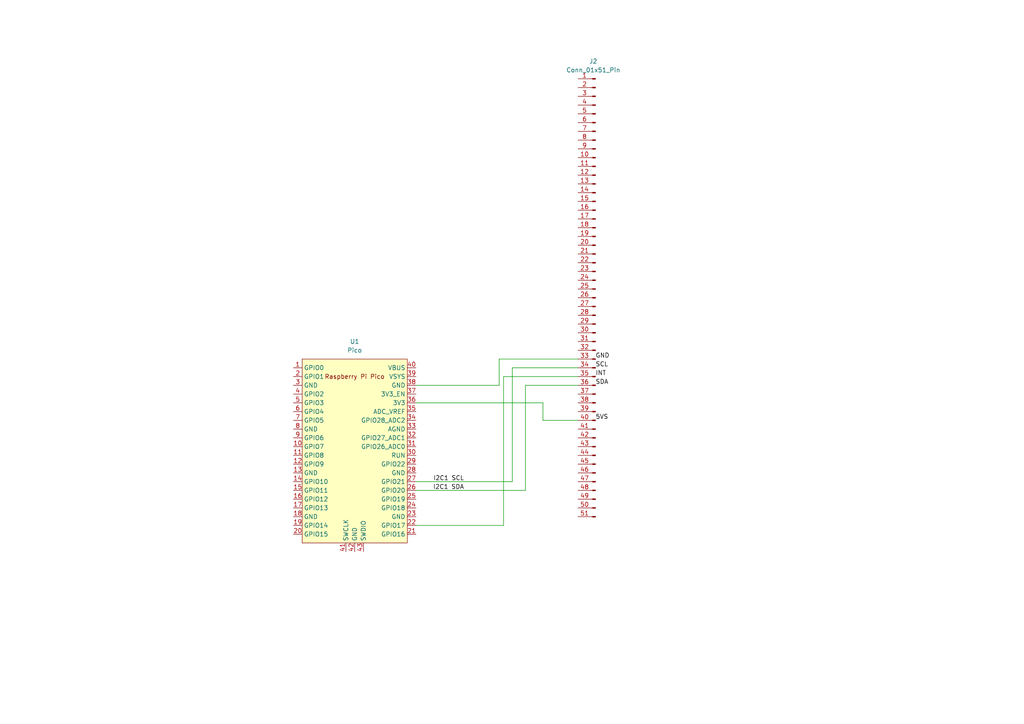
<source format=kicad_sch>
(kicad_sch
	(version 20231120)
	(generator "eeschema")
	(generator_version "8.0")
	(uuid "1c48afb4-82da-43a7-926c-43ab97ca2e8c")
	(paper "A4")
	(lib_symbols
		(symbol "Connector:Conn_01x51_Pin"
			(pin_names
				(offset 1.016) hide)
			(exclude_from_sim no)
			(in_bom yes)
			(on_board yes)
			(property "Reference" "J"
				(at 0 66.04 0)
				(effects
					(font
						(size 1.27 1.27)
					)
				)
			)
			(property "Value" "Conn_01x51_Pin"
				(at 0 -66.04 0)
				(effects
					(font
						(size 1.27 1.27)
					)
				)
			)
			(property "Footprint" ""
				(at 0 0 0)
				(effects
					(font
						(size 1.27 1.27)
					)
					(hide yes)
				)
			)
			(property "Datasheet" "~"
				(at 0 0 0)
				(effects
					(font
						(size 1.27 1.27)
					)
					(hide yes)
				)
			)
			(property "Description" "\"Generic connector, single row, 01x51, script generated\""
				(at 0 0 0)
				(effects
					(font
						(size 1.27 1.27)
					)
					(hide yes)
				)
			)
			(property "ki_locked" ""
				(at 0 0 0)
				(effects
					(font
						(size 1.27 1.27)
					)
				)
			)
			(property "ki_keywords" "connector"
				(at 0 0 0)
				(effects
					(font
						(size 1.27 1.27)
					)
					(hide yes)
				)
			)
			(property "ki_fp_filters" "Connector*:*_1x??_*"
				(at 0 0 0)
				(effects
					(font
						(size 1.27 1.27)
					)
					(hide yes)
				)
			)
			(symbol "Conn_01x51_Pin_1_1"
				(polyline
					(pts
						(xy 1.27 -63.5) (xy 0.8636 -63.5)
					)
					(stroke
						(width 0.1524)
						(type default)
					)
					(fill
						(type none)
					)
				)
				(polyline
					(pts
						(xy 1.27 -60.96) (xy 0.8636 -60.96)
					)
					(stroke
						(width 0.1524)
						(type default)
					)
					(fill
						(type none)
					)
				)
				(polyline
					(pts
						(xy 1.27 -58.42) (xy 0.8636 -58.42)
					)
					(stroke
						(width 0.1524)
						(type default)
					)
					(fill
						(type none)
					)
				)
				(polyline
					(pts
						(xy 1.27 -55.88) (xy 0.8636 -55.88)
					)
					(stroke
						(width 0.1524)
						(type default)
					)
					(fill
						(type none)
					)
				)
				(polyline
					(pts
						(xy 1.27 -53.34) (xy 0.8636 -53.34)
					)
					(stroke
						(width 0.1524)
						(type default)
					)
					(fill
						(type none)
					)
				)
				(polyline
					(pts
						(xy 1.27 -50.8) (xy 0.8636 -50.8)
					)
					(stroke
						(width 0.1524)
						(type default)
					)
					(fill
						(type none)
					)
				)
				(polyline
					(pts
						(xy 1.27 -48.26) (xy 0.8636 -48.26)
					)
					(stroke
						(width 0.1524)
						(type default)
					)
					(fill
						(type none)
					)
				)
				(polyline
					(pts
						(xy 1.27 -45.72) (xy 0.8636 -45.72)
					)
					(stroke
						(width 0.1524)
						(type default)
					)
					(fill
						(type none)
					)
				)
				(polyline
					(pts
						(xy 1.27 -43.18) (xy 0.8636 -43.18)
					)
					(stroke
						(width 0.1524)
						(type default)
					)
					(fill
						(type none)
					)
				)
				(polyline
					(pts
						(xy 1.27 -40.64) (xy 0.8636 -40.64)
					)
					(stroke
						(width 0.1524)
						(type default)
					)
					(fill
						(type none)
					)
				)
				(polyline
					(pts
						(xy 1.27 -38.1) (xy 0.8636 -38.1)
					)
					(stroke
						(width 0.1524)
						(type default)
					)
					(fill
						(type none)
					)
				)
				(polyline
					(pts
						(xy 1.27 -35.56) (xy 0.8636 -35.56)
					)
					(stroke
						(width 0.1524)
						(type default)
					)
					(fill
						(type none)
					)
				)
				(polyline
					(pts
						(xy 1.27 -33.02) (xy 0.8636 -33.02)
					)
					(stroke
						(width 0.1524)
						(type default)
					)
					(fill
						(type none)
					)
				)
				(polyline
					(pts
						(xy 1.27 -30.48) (xy 0.8636 -30.48)
					)
					(stroke
						(width 0.1524)
						(type default)
					)
					(fill
						(type none)
					)
				)
				(polyline
					(pts
						(xy 1.27 -27.94) (xy 0.8636 -27.94)
					)
					(stroke
						(width 0.1524)
						(type default)
					)
					(fill
						(type none)
					)
				)
				(polyline
					(pts
						(xy 1.27 -25.4) (xy 0.8636 -25.4)
					)
					(stroke
						(width 0.1524)
						(type default)
					)
					(fill
						(type none)
					)
				)
				(polyline
					(pts
						(xy 1.27 -22.86) (xy 0.8636 -22.86)
					)
					(stroke
						(width 0.1524)
						(type default)
					)
					(fill
						(type none)
					)
				)
				(polyline
					(pts
						(xy 1.27 -20.32) (xy 0.8636 -20.32)
					)
					(stroke
						(width 0.1524)
						(type default)
					)
					(fill
						(type none)
					)
				)
				(polyline
					(pts
						(xy 1.27 -17.78) (xy 0.8636 -17.78)
					)
					(stroke
						(width 0.1524)
						(type default)
					)
					(fill
						(type none)
					)
				)
				(polyline
					(pts
						(xy 1.27 -15.24) (xy 0.8636 -15.24)
					)
					(stroke
						(width 0.1524)
						(type default)
					)
					(fill
						(type none)
					)
				)
				(polyline
					(pts
						(xy 1.27 -12.7) (xy 0.8636 -12.7)
					)
					(stroke
						(width 0.1524)
						(type default)
					)
					(fill
						(type none)
					)
				)
				(polyline
					(pts
						(xy 1.27 -10.16) (xy 0.8636 -10.16)
					)
					(stroke
						(width 0.1524)
						(type default)
					)
					(fill
						(type none)
					)
				)
				(polyline
					(pts
						(xy 1.27 -7.62) (xy 0.8636 -7.62)
					)
					(stroke
						(width 0.1524)
						(type default)
					)
					(fill
						(type none)
					)
				)
				(polyline
					(pts
						(xy 1.27 -5.08) (xy 0.8636 -5.08)
					)
					(stroke
						(width 0.1524)
						(type default)
					)
					(fill
						(type none)
					)
				)
				(polyline
					(pts
						(xy 1.27 -2.54) (xy 0.8636 -2.54)
					)
					(stroke
						(width 0.1524)
						(type default)
					)
					(fill
						(type none)
					)
				)
				(polyline
					(pts
						(xy 1.27 0) (xy 0.8636 0)
					)
					(stroke
						(width 0.1524)
						(type default)
					)
					(fill
						(type none)
					)
				)
				(polyline
					(pts
						(xy 1.27 2.54) (xy 0.8636 2.54)
					)
					(stroke
						(width 0.1524)
						(type default)
					)
					(fill
						(type none)
					)
				)
				(polyline
					(pts
						(xy 1.27 5.08) (xy 0.8636 5.08)
					)
					(stroke
						(width 0.1524)
						(type default)
					)
					(fill
						(type none)
					)
				)
				(polyline
					(pts
						(xy 1.27 7.62) (xy 0.8636 7.62)
					)
					(stroke
						(width 0.1524)
						(type default)
					)
					(fill
						(type none)
					)
				)
				(polyline
					(pts
						(xy 1.27 10.16) (xy 0.8636 10.16)
					)
					(stroke
						(width 0.1524)
						(type default)
					)
					(fill
						(type none)
					)
				)
				(polyline
					(pts
						(xy 1.27 12.7) (xy 0.8636 12.7)
					)
					(stroke
						(width 0.1524)
						(type default)
					)
					(fill
						(type none)
					)
				)
				(polyline
					(pts
						(xy 1.27 15.24) (xy 0.8636 15.24)
					)
					(stroke
						(width 0.1524)
						(type default)
					)
					(fill
						(type none)
					)
				)
				(polyline
					(pts
						(xy 1.27 17.78) (xy 0.8636 17.78)
					)
					(stroke
						(width 0.1524)
						(type default)
					)
					(fill
						(type none)
					)
				)
				(polyline
					(pts
						(xy 1.27 20.32) (xy 0.8636 20.32)
					)
					(stroke
						(width 0.1524)
						(type default)
					)
					(fill
						(type none)
					)
				)
				(polyline
					(pts
						(xy 1.27 22.86) (xy 0.8636 22.86)
					)
					(stroke
						(width 0.1524)
						(type default)
					)
					(fill
						(type none)
					)
				)
				(polyline
					(pts
						(xy 1.27 25.4) (xy 0.8636 25.4)
					)
					(stroke
						(width 0.1524)
						(type default)
					)
					(fill
						(type none)
					)
				)
				(polyline
					(pts
						(xy 1.27 27.94) (xy 0.8636 27.94)
					)
					(stroke
						(width 0.1524)
						(type default)
					)
					(fill
						(type none)
					)
				)
				(polyline
					(pts
						(xy 1.27 30.48) (xy 0.8636 30.48)
					)
					(stroke
						(width 0.1524)
						(type default)
					)
					(fill
						(type none)
					)
				)
				(polyline
					(pts
						(xy 1.27 33.02) (xy 0.8636 33.02)
					)
					(stroke
						(width 0.1524)
						(type default)
					)
					(fill
						(type none)
					)
				)
				(polyline
					(pts
						(xy 1.27 35.56) (xy 0.8636 35.56)
					)
					(stroke
						(width 0.1524)
						(type default)
					)
					(fill
						(type none)
					)
				)
				(polyline
					(pts
						(xy 1.27 38.1) (xy 0.8636 38.1)
					)
					(stroke
						(width 0.1524)
						(type default)
					)
					(fill
						(type none)
					)
				)
				(polyline
					(pts
						(xy 1.27 40.64) (xy 0.8636 40.64)
					)
					(stroke
						(width 0.1524)
						(type default)
					)
					(fill
						(type none)
					)
				)
				(polyline
					(pts
						(xy 1.27 43.18) (xy 0.8636 43.18)
					)
					(stroke
						(width 0.1524)
						(type default)
					)
					(fill
						(type none)
					)
				)
				(polyline
					(pts
						(xy 1.27 45.72) (xy 0.8636 45.72)
					)
					(stroke
						(width 0.1524)
						(type default)
					)
					(fill
						(type none)
					)
				)
				(polyline
					(pts
						(xy 1.27 48.26) (xy 0.8636 48.26)
					)
					(stroke
						(width 0.1524)
						(type default)
					)
					(fill
						(type none)
					)
				)
				(polyline
					(pts
						(xy 1.27 50.8) (xy 0.8636 50.8)
					)
					(stroke
						(width 0.1524)
						(type default)
					)
					(fill
						(type none)
					)
				)
				(polyline
					(pts
						(xy 1.27 53.34) (xy 0.8636 53.34)
					)
					(stroke
						(width 0.1524)
						(type default)
					)
					(fill
						(type none)
					)
				)
				(polyline
					(pts
						(xy 1.27 55.88) (xy 0.8636 55.88)
					)
					(stroke
						(width 0.1524)
						(type default)
					)
					(fill
						(type none)
					)
				)
				(polyline
					(pts
						(xy 1.27 58.42) (xy 0.8636 58.42)
					)
					(stroke
						(width 0.1524)
						(type default)
					)
					(fill
						(type none)
					)
				)
				(polyline
					(pts
						(xy 1.27 60.96) (xy 0.8636 60.96)
					)
					(stroke
						(width 0.1524)
						(type default)
					)
					(fill
						(type none)
					)
				)
				(polyline
					(pts
						(xy 1.27 63.5) (xy 0.8636 63.5)
					)
					(stroke
						(width 0.1524)
						(type default)
					)
					(fill
						(type none)
					)
				)
				(rectangle
					(start 0.8636 -63.373)
					(end 0 -63.627)
					(stroke
						(width 0.1524)
						(type default)
					)
					(fill
						(type outline)
					)
				)
				(rectangle
					(start 0.8636 -60.833)
					(end 0 -61.087)
					(stroke
						(width 0.1524)
						(type default)
					)
					(fill
						(type outline)
					)
				)
				(rectangle
					(start 0.8636 -58.293)
					(end 0 -58.547)
					(stroke
						(width 0.1524)
						(type default)
					)
					(fill
						(type outline)
					)
				)
				(rectangle
					(start 0.8636 -55.753)
					(end 0 -56.007)
					(stroke
						(width 0.1524)
						(type default)
					)
					(fill
						(type outline)
					)
				)
				(rectangle
					(start 0.8636 -53.213)
					(end 0 -53.467)
					(stroke
						(width 0.1524)
						(type default)
					)
					(fill
						(type outline)
					)
				)
				(rectangle
					(start 0.8636 -50.673)
					(end 0 -50.927)
					(stroke
						(width 0.1524)
						(type default)
					)
					(fill
						(type outline)
					)
				)
				(rectangle
					(start 0.8636 -48.133)
					(end 0 -48.387)
					(stroke
						(width 0.1524)
						(type default)
					)
					(fill
						(type outline)
					)
				)
				(rectangle
					(start 0.8636 -45.593)
					(end 0 -45.847)
					(stroke
						(width 0.1524)
						(type default)
					)
					(fill
						(type outline)
					)
				)
				(rectangle
					(start 0.8636 -43.053)
					(end 0 -43.307)
					(stroke
						(width 0.1524)
						(type default)
					)
					(fill
						(type outline)
					)
				)
				(rectangle
					(start 0.8636 -40.513)
					(end 0 -40.767)
					(stroke
						(width 0.1524)
						(type default)
					)
					(fill
						(type outline)
					)
				)
				(rectangle
					(start 0.8636 -37.973)
					(end 0 -38.227)
					(stroke
						(width 0.1524)
						(type default)
					)
					(fill
						(type outline)
					)
				)
				(rectangle
					(start 0.8636 -35.433)
					(end 0 -35.687)
					(stroke
						(width 0.1524)
						(type default)
					)
					(fill
						(type outline)
					)
				)
				(rectangle
					(start 0.8636 -32.893)
					(end 0 -33.147)
					(stroke
						(width 0.1524)
						(type default)
					)
					(fill
						(type outline)
					)
				)
				(rectangle
					(start 0.8636 -30.353)
					(end 0 -30.607)
					(stroke
						(width 0.1524)
						(type default)
					)
					(fill
						(type outline)
					)
				)
				(rectangle
					(start 0.8636 -27.813)
					(end 0 -28.067)
					(stroke
						(width 0.1524)
						(type default)
					)
					(fill
						(type outline)
					)
				)
				(rectangle
					(start 0.8636 -25.273)
					(end 0 -25.527)
					(stroke
						(width 0.1524)
						(type default)
					)
					(fill
						(type outline)
					)
				)
				(rectangle
					(start 0.8636 -22.733)
					(end 0 -22.987)
					(stroke
						(width 0.1524)
						(type default)
					)
					(fill
						(type outline)
					)
				)
				(rectangle
					(start 0.8636 -20.193)
					(end 0 -20.447)
					(stroke
						(width 0.1524)
						(type default)
					)
					(fill
						(type outline)
					)
				)
				(rectangle
					(start 0.8636 -17.653)
					(end 0 -17.907)
					(stroke
						(width 0.1524)
						(type default)
					)
					(fill
						(type outline)
					)
				)
				(rectangle
					(start 0.8636 -15.113)
					(end 0 -15.367)
					(stroke
						(width 0.1524)
						(type default)
					)
					(fill
						(type outline)
					)
				)
				(rectangle
					(start 0.8636 -12.573)
					(end 0 -12.827)
					(stroke
						(width 0.1524)
						(type default)
					)
					(fill
						(type outline)
					)
				)
				(rectangle
					(start 0.8636 -10.033)
					(end 0 -10.287)
					(stroke
						(width 0.1524)
						(type default)
					)
					(fill
						(type outline)
					)
				)
				(rectangle
					(start 0.8636 -7.493)
					(end 0 -7.747)
					(stroke
						(width 0.1524)
						(type default)
					)
					(fill
						(type outline)
					)
				)
				(rectangle
					(start 0.8636 -4.953)
					(end 0 -5.207)
					(stroke
						(width 0.1524)
						(type default)
					)
					(fill
						(type outline)
					)
				)
				(rectangle
					(start 0.8636 -2.413)
					(end 0 -2.667)
					(stroke
						(width 0.1524)
						(type default)
					)
					(fill
						(type outline)
					)
				)
				(rectangle
					(start 0.8636 0.127)
					(end 0 -0.127)
					(stroke
						(width 0.1524)
						(type default)
					)
					(fill
						(type outline)
					)
				)
				(rectangle
					(start 0.8636 2.667)
					(end 0 2.413)
					(stroke
						(width 0.1524)
						(type default)
					)
					(fill
						(type outline)
					)
				)
				(rectangle
					(start 0.8636 5.207)
					(end 0 4.953)
					(stroke
						(width 0.1524)
						(type default)
					)
					(fill
						(type outline)
					)
				)
				(rectangle
					(start 0.8636 7.747)
					(end 0 7.493)
					(stroke
						(width 0.1524)
						(type default)
					)
					(fill
						(type outline)
					)
				)
				(rectangle
					(start 0.8636 10.287)
					(end 0 10.033)
					(stroke
						(width 0.1524)
						(type default)
					)
					(fill
						(type outline)
					)
				)
				(rectangle
					(start 0.8636 12.827)
					(end 0 12.573)
					(stroke
						(width 0.1524)
						(type default)
					)
					(fill
						(type outline)
					)
				)
				(rectangle
					(start 0.8636 15.367)
					(end 0 15.113)
					(stroke
						(width 0.1524)
						(type default)
					)
					(fill
						(type outline)
					)
				)
				(rectangle
					(start 0.8636 17.907)
					(end 0 17.653)
					(stroke
						(width 0.1524)
						(type default)
					)
					(fill
						(type outline)
					)
				)
				(rectangle
					(start 0.8636 20.447)
					(end 0 20.193)
					(stroke
						(width 0.1524)
						(type default)
					)
					(fill
						(type outline)
					)
				)
				(rectangle
					(start 0.8636 22.987)
					(end 0 22.733)
					(stroke
						(width 0.1524)
						(type default)
					)
					(fill
						(type outline)
					)
				)
				(rectangle
					(start 0.8636 25.527)
					(end 0 25.273)
					(stroke
						(width 0.1524)
						(type default)
					)
					(fill
						(type outline)
					)
				)
				(rectangle
					(start 0.8636 28.067)
					(end 0 27.813)
					(stroke
						(width 0.1524)
						(type default)
					)
					(fill
						(type outline)
					)
				)
				(rectangle
					(start 0.8636 30.607)
					(end 0 30.353)
					(stroke
						(width 0.1524)
						(type default)
					)
					(fill
						(type outline)
					)
				)
				(rectangle
					(start 0.8636 33.147)
					(end 0 32.893)
					(stroke
						(width 0.1524)
						(type default)
					)
					(fill
						(type outline)
					)
				)
				(rectangle
					(start 0.8636 35.687)
					(end 0 35.433)
					(stroke
						(width 0.1524)
						(type default)
					)
					(fill
						(type outline)
					)
				)
				(rectangle
					(start 0.8636 38.227)
					(end 0 37.973)
					(stroke
						(width 0.1524)
						(type default)
					)
					(fill
						(type outline)
					)
				)
				(rectangle
					(start 0.8636 40.767)
					(end 0 40.513)
					(stroke
						(width 0.1524)
						(type default)
					)
					(fill
						(type outline)
					)
				)
				(rectangle
					(start 0.8636 43.307)
					(end 0 43.053)
					(stroke
						(width 0.1524)
						(type default)
					)
					(fill
						(type outline)
					)
				)
				(rectangle
					(start 0.8636 45.847)
					(end 0 45.593)
					(stroke
						(width 0.1524)
						(type default)
					)
					(fill
						(type outline)
					)
				)
				(rectangle
					(start 0.8636 48.387)
					(end 0 48.133)
					(stroke
						(width 0.1524)
						(type default)
					)
					(fill
						(type outline)
					)
				)
				(rectangle
					(start 0.8636 50.927)
					(end 0 50.673)
					(stroke
						(width 0.1524)
						(type default)
					)
					(fill
						(type outline)
					)
				)
				(rectangle
					(start 0.8636 53.467)
					(end 0 53.213)
					(stroke
						(width 0.1524)
						(type default)
					)
					(fill
						(type outline)
					)
				)
				(rectangle
					(start 0.8636 56.007)
					(end 0 55.753)
					(stroke
						(width 0.1524)
						(type default)
					)
					(fill
						(type outline)
					)
				)
				(rectangle
					(start 0.8636 58.547)
					(end 0 58.293)
					(stroke
						(width 0.1524)
						(type default)
					)
					(fill
						(type outline)
					)
				)
				(rectangle
					(start 0.8636 61.087)
					(end 0 60.833)
					(stroke
						(width 0.1524)
						(type default)
					)
					(fill
						(type outline)
					)
				)
				(rectangle
					(start 0.8636 63.627)
					(end 0 63.373)
					(stroke
						(width 0.1524)
						(type default)
					)
					(fill
						(type outline)
					)
				)
				(pin passive line
					(at 5.08 63.5 180)
					(length 3.81)
					(name "Pin_1"
						(effects
							(font
								(size 1.27 1.27)
							)
						)
					)
					(number "1"
						(effects
							(font
								(size 1.27 1.27)
							)
						)
					)
				)
				(pin passive line
					(at 5.08 40.64 180)
					(length 3.81)
					(name "Pin_10"
						(effects
							(font
								(size 1.27 1.27)
							)
						)
					)
					(number "10"
						(effects
							(font
								(size 1.27 1.27)
							)
						)
					)
				)
				(pin passive line
					(at 5.08 38.1 180)
					(length 3.81)
					(name "Pin_11"
						(effects
							(font
								(size 1.27 1.27)
							)
						)
					)
					(number "11"
						(effects
							(font
								(size 1.27 1.27)
							)
						)
					)
				)
				(pin passive line
					(at 5.08 35.56 180)
					(length 3.81)
					(name "Pin_12"
						(effects
							(font
								(size 1.27 1.27)
							)
						)
					)
					(number "12"
						(effects
							(font
								(size 1.27 1.27)
							)
						)
					)
				)
				(pin passive line
					(at 5.08 33.02 180)
					(length 3.81)
					(name "Pin_13"
						(effects
							(font
								(size 1.27 1.27)
							)
						)
					)
					(number "13"
						(effects
							(font
								(size 1.27 1.27)
							)
						)
					)
				)
				(pin passive line
					(at 5.08 30.48 180)
					(length 3.81)
					(name "Pin_14"
						(effects
							(font
								(size 1.27 1.27)
							)
						)
					)
					(number "14"
						(effects
							(font
								(size 1.27 1.27)
							)
						)
					)
				)
				(pin passive line
					(at 5.08 27.94 180)
					(length 3.81)
					(name "Pin_15"
						(effects
							(font
								(size 1.27 1.27)
							)
						)
					)
					(number "15"
						(effects
							(font
								(size 1.27 1.27)
							)
						)
					)
				)
				(pin passive line
					(at 5.08 25.4 180)
					(length 3.81)
					(name "Pin_16"
						(effects
							(font
								(size 1.27 1.27)
							)
						)
					)
					(number "16"
						(effects
							(font
								(size 1.27 1.27)
							)
						)
					)
				)
				(pin passive line
					(at 5.08 22.86 180)
					(length 3.81)
					(name "Pin_17"
						(effects
							(font
								(size 1.27 1.27)
							)
						)
					)
					(number "17"
						(effects
							(font
								(size 1.27 1.27)
							)
						)
					)
				)
				(pin passive line
					(at 5.08 20.32 180)
					(length 3.81)
					(name "Pin_18"
						(effects
							(font
								(size 1.27 1.27)
							)
						)
					)
					(number "18"
						(effects
							(font
								(size 1.27 1.27)
							)
						)
					)
				)
				(pin passive line
					(at 5.08 17.78 180)
					(length 3.81)
					(name "Pin_19"
						(effects
							(font
								(size 1.27 1.27)
							)
						)
					)
					(number "19"
						(effects
							(font
								(size 1.27 1.27)
							)
						)
					)
				)
				(pin passive line
					(at 5.08 60.96 180)
					(length 3.81)
					(name "Pin_2"
						(effects
							(font
								(size 1.27 1.27)
							)
						)
					)
					(number "2"
						(effects
							(font
								(size 1.27 1.27)
							)
						)
					)
				)
				(pin passive line
					(at 5.08 15.24 180)
					(length 3.81)
					(name "Pin_20"
						(effects
							(font
								(size 1.27 1.27)
							)
						)
					)
					(number "20"
						(effects
							(font
								(size 1.27 1.27)
							)
						)
					)
				)
				(pin passive line
					(at 5.08 12.7 180)
					(length 3.81)
					(name "Pin_21"
						(effects
							(font
								(size 1.27 1.27)
							)
						)
					)
					(number "21"
						(effects
							(font
								(size 1.27 1.27)
							)
						)
					)
				)
				(pin passive line
					(at 5.08 10.16 180)
					(length 3.81)
					(name "Pin_22"
						(effects
							(font
								(size 1.27 1.27)
							)
						)
					)
					(number "22"
						(effects
							(font
								(size 1.27 1.27)
							)
						)
					)
				)
				(pin passive line
					(at 5.08 7.62 180)
					(length 3.81)
					(name "Pin_23"
						(effects
							(font
								(size 1.27 1.27)
							)
						)
					)
					(number "23"
						(effects
							(font
								(size 1.27 1.27)
							)
						)
					)
				)
				(pin passive line
					(at 5.08 5.08 180)
					(length 3.81)
					(name "Pin_24"
						(effects
							(font
								(size 1.27 1.27)
							)
						)
					)
					(number "24"
						(effects
							(font
								(size 1.27 1.27)
							)
						)
					)
				)
				(pin passive line
					(at 5.08 2.54 180)
					(length 3.81)
					(name "Pin_25"
						(effects
							(font
								(size 1.27 1.27)
							)
						)
					)
					(number "25"
						(effects
							(font
								(size 1.27 1.27)
							)
						)
					)
				)
				(pin passive line
					(at 5.08 0 180)
					(length 3.81)
					(name "Pin_26"
						(effects
							(font
								(size 1.27 1.27)
							)
						)
					)
					(number "26"
						(effects
							(font
								(size 1.27 1.27)
							)
						)
					)
				)
				(pin passive line
					(at 5.08 -2.54 180)
					(length 3.81)
					(name "Pin_27"
						(effects
							(font
								(size 1.27 1.27)
							)
						)
					)
					(number "27"
						(effects
							(font
								(size 1.27 1.27)
							)
						)
					)
				)
				(pin passive line
					(at 5.08 -5.08 180)
					(length 3.81)
					(name "Pin_28"
						(effects
							(font
								(size 1.27 1.27)
							)
						)
					)
					(number "28"
						(effects
							(font
								(size 1.27 1.27)
							)
						)
					)
				)
				(pin passive line
					(at 5.08 -7.62 180)
					(length 3.81)
					(name "Pin_29"
						(effects
							(font
								(size 1.27 1.27)
							)
						)
					)
					(number "29"
						(effects
							(font
								(size 1.27 1.27)
							)
						)
					)
				)
				(pin passive line
					(at 5.08 58.42 180)
					(length 3.81)
					(name "Pin_3"
						(effects
							(font
								(size 1.27 1.27)
							)
						)
					)
					(number "3"
						(effects
							(font
								(size 1.27 1.27)
							)
						)
					)
				)
				(pin passive line
					(at 5.08 -10.16 180)
					(length 3.81)
					(name "Pin_30"
						(effects
							(font
								(size 1.27 1.27)
							)
						)
					)
					(number "30"
						(effects
							(font
								(size 1.27 1.27)
							)
						)
					)
				)
				(pin passive line
					(at 5.08 -12.7 180)
					(length 3.81)
					(name "Pin_31"
						(effects
							(font
								(size 1.27 1.27)
							)
						)
					)
					(number "31"
						(effects
							(font
								(size 1.27 1.27)
							)
						)
					)
				)
				(pin passive line
					(at 5.08 -15.24 180)
					(length 3.81)
					(name "Pin_32"
						(effects
							(font
								(size 1.27 1.27)
							)
						)
					)
					(number "32"
						(effects
							(font
								(size 1.27 1.27)
							)
						)
					)
				)
				(pin passive line
					(at 5.08 -17.78 180)
					(length 3.81)
					(name "Pin_33"
						(effects
							(font
								(size 1.27 1.27)
							)
						)
					)
					(number "33"
						(effects
							(font
								(size 1.27 1.27)
							)
						)
					)
				)
				(pin passive line
					(at 5.08 -20.32 180)
					(length 3.81)
					(name "Pin_34"
						(effects
							(font
								(size 1.27 1.27)
							)
						)
					)
					(number "34"
						(effects
							(font
								(size 1.27 1.27)
							)
						)
					)
				)
				(pin passive line
					(at 5.08 -22.86 180)
					(length 3.81)
					(name "Pin_35"
						(effects
							(font
								(size 1.27 1.27)
							)
						)
					)
					(number "35"
						(effects
							(font
								(size 1.27 1.27)
							)
						)
					)
				)
				(pin passive line
					(at 5.08 -25.4 180)
					(length 3.81)
					(name "Pin_36"
						(effects
							(font
								(size 1.27 1.27)
							)
						)
					)
					(number "36"
						(effects
							(font
								(size 1.27 1.27)
							)
						)
					)
				)
				(pin passive line
					(at 5.08 -27.94 180)
					(length 3.81)
					(name "Pin_37"
						(effects
							(font
								(size 1.27 1.27)
							)
						)
					)
					(number "37"
						(effects
							(font
								(size 1.27 1.27)
							)
						)
					)
				)
				(pin passive line
					(at 5.08 -30.48 180)
					(length 3.81)
					(name "Pin_38"
						(effects
							(font
								(size 1.27 1.27)
							)
						)
					)
					(number "38"
						(effects
							(font
								(size 1.27 1.27)
							)
						)
					)
				)
				(pin passive line
					(at 5.08 -33.02 180)
					(length 3.81)
					(name "Pin_39"
						(effects
							(font
								(size 1.27 1.27)
							)
						)
					)
					(number "39"
						(effects
							(font
								(size 1.27 1.27)
							)
						)
					)
				)
				(pin passive line
					(at 5.08 55.88 180)
					(length 3.81)
					(name "Pin_4"
						(effects
							(font
								(size 1.27 1.27)
							)
						)
					)
					(number "4"
						(effects
							(font
								(size 1.27 1.27)
							)
						)
					)
				)
				(pin passive line
					(at 5.08 -35.56 180)
					(length 3.81)
					(name "Pin_40"
						(effects
							(font
								(size 1.27 1.27)
							)
						)
					)
					(number "40"
						(effects
							(font
								(size 1.27 1.27)
							)
						)
					)
				)
				(pin passive line
					(at 5.08 -38.1 180)
					(length 3.81)
					(name "Pin_41"
						(effects
							(font
								(size 1.27 1.27)
							)
						)
					)
					(number "41"
						(effects
							(font
								(size 1.27 1.27)
							)
						)
					)
				)
				(pin passive line
					(at 5.08 -40.64 180)
					(length 3.81)
					(name "Pin_42"
						(effects
							(font
								(size 1.27 1.27)
							)
						)
					)
					(number "42"
						(effects
							(font
								(size 1.27 1.27)
							)
						)
					)
				)
				(pin passive line
					(at 5.08 -43.18 180)
					(length 3.81)
					(name "Pin_43"
						(effects
							(font
								(size 1.27 1.27)
							)
						)
					)
					(number "43"
						(effects
							(font
								(size 1.27 1.27)
							)
						)
					)
				)
				(pin passive line
					(at 5.08 -45.72 180)
					(length 3.81)
					(name "Pin_44"
						(effects
							(font
								(size 1.27 1.27)
							)
						)
					)
					(number "44"
						(effects
							(font
								(size 1.27 1.27)
							)
						)
					)
				)
				(pin passive line
					(at 5.08 -48.26 180)
					(length 3.81)
					(name "Pin_45"
						(effects
							(font
								(size 1.27 1.27)
							)
						)
					)
					(number "45"
						(effects
							(font
								(size 1.27 1.27)
							)
						)
					)
				)
				(pin passive line
					(at 5.08 -50.8 180)
					(length 3.81)
					(name "Pin_46"
						(effects
							(font
								(size 1.27 1.27)
							)
						)
					)
					(number "46"
						(effects
							(font
								(size 1.27 1.27)
							)
						)
					)
				)
				(pin passive line
					(at 5.08 -53.34 180)
					(length 3.81)
					(name "Pin_47"
						(effects
							(font
								(size 1.27 1.27)
							)
						)
					)
					(number "47"
						(effects
							(font
								(size 1.27 1.27)
							)
						)
					)
				)
				(pin passive line
					(at 5.08 -55.88 180)
					(length 3.81)
					(name "Pin_48"
						(effects
							(font
								(size 1.27 1.27)
							)
						)
					)
					(number "48"
						(effects
							(font
								(size 1.27 1.27)
							)
						)
					)
				)
				(pin passive line
					(at 5.08 -58.42 180)
					(length 3.81)
					(name "Pin_49"
						(effects
							(font
								(size 1.27 1.27)
							)
						)
					)
					(number "49"
						(effects
							(font
								(size 1.27 1.27)
							)
						)
					)
				)
				(pin passive line
					(at 5.08 53.34 180)
					(length 3.81)
					(name "Pin_5"
						(effects
							(font
								(size 1.27 1.27)
							)
						)
					)
					(number "5"
						(effects
							(font
								(size 1.27 1.27)
							)
						)
					)
				)
				(pin passive line
					(at 5.08 -60.96 180)
					(length 3.81)
					(name "Pin_50"
						(effects
							(font
								(size 1.27 1.27)
							)
						)
					)
					(number "50"
						(effects
							(font
								(size 1.27 1.27)
							)
						)
					)
				)
				(pin passive line
					(at 5.08 -63.5 180)
					(length 3.81)
					(name "Pin_51"
						(effects
							(font
								(size 1.27 1.27)
							)
						)
					)
					(number "51"
						(effects
							(font
								(size 1.27 1.27)
							)
						)
					)
				)
				(pin passive line
					(at 5.08 50.8 180)
					(length 3.81)
					(name "Pin_6"
						(effects
							(font
								(size 1.27 1.27)
							)
						)
					)
					(number "6"
						(effects
							(font
								(size 1.27 1.27)
							)
						)
					)
				)
				(pin passive line
					(at 5.08 48.26 180)
					(length 3.81)
					(name "Pin_7"
						(effects
							(font
								(size 1.27 1.27)
							)
						)
					)
					(number "7"
						(effects
							(font
								(size 1.27 1.27)
							)
						)
					)
				)
				(pin passive line
					(at 5.08 45.72 180)
					(length 3.81)
					(name "Pin_8"
						(effects
							(font
								(size 1.27 1.27)
							)
						)
					)
					(number "8"
						(effects
							(font
								(size 1.27 1.27)
							)
						)
					)
				)
				(pin passive line
					(at 5.08 43.18 180)
					(length 3.81)
					(name "Pin_9"
						(effects
							(font
								(size 1.27 1.27)
							)
						)
					)
					(number "9"
						(effects
							(font
								(size 1.27 1.27)
							)
						)
					)
				)
			)
		)
		(symbol "MCU_RaspberryPi_and_Boards:Pico"
			(exclude_from_sim no)
			(in_bom yes)
			(on_board yes)
			(property "Reference" "U"
				(at -13.97 27.94 0)
				(effects
					(font
						(size 1.27 1.27)
					)
				)
			)
			(property "Value" "Pico"
				(at 0 19.05 0)
				(effects
					(font
						(size 1.27 1.27)
					)
				)
			)
			(property "Footprint" "RPi_Pico:RPi_Pico_SMD_TH"
				(at 0 0 90)
				(effects
					(font
						(size 1.27 1.27)
					)
					(hide yes)
				)
			)
			(property "Datasheet" ""
				(at 0 0 0)
				(effects
					(font
						(size 1.27 1.27)
					)
					(hide yes)
				)
			)
			(property "Description" ""
				(at 0 0 0)
				(effects
					(font
						(size 1.27 1.27)
					)
					(hide yes)
				)
			)
			(symbol "Pico_0_0"
				(text "Raspberry Pi Pico"
					(at 0 21.59 0)
					(effects
						(font
							(size 1.27 1.27)
						)
					)
				)
			)
			(symbol "Pico_0_1"
				(rectangle
					(start -15.24 26.67)
					(end 15.24 -26.67)
					(stroke
						(width 0)
						(type default)
					)
					(fill
						(type background)
					)
				)
			)
			(symbol "Pico_1_1"
				(pin bidirectional line
					(at -17.78 24.13 0)
					(length 2.54)
					(name "GPIO0"
						(effects
							(font
								(size 1.27 1.27)
							)
						)
					)
					(number "1"
						(effects
							(font
								(size 1.27 1.27)
							)
						)
					)
				)
				(pin bidirectional line
					(at -17.78 1.27 0)
					(length 2.54)
					(name "GPIO7"
						(effects
							(font
								(size 1.27 1.27)
							)
						)
					)
					(number "10"
						(effects
							(font
								(size 1.27 1.27)
							)
						)
					)
				)
				(pin bidirectional line
					(at -17.78 -1.27 0)
					(length 2.54)
					(name "GPIO8"
						(effects
							(font
								(size 1.27 1.27)
							)
						)
					)
					(number "11"
						(effects
							(font
								(size 1.27 1.27)
							)
						)
					)
				)
				(pin bidirectional line
					(at -17.78 -3.81 0)
					(length 2.54)
					(name "GPIO9"
						(effects
							(font
								(size 1.27 1.27)
							)
						)
					)
					(number "12"
						(effects
							(font
								(size 1.27 1.27)
							)
						)
					)
				)
				(pin power_in line
					(at -17.78 -6.35 0)
					(length 2.54)
					(name "GND"
						(effects
							(font
								(size 1.27 1.27)
							)
						)
					)
					(number "13"
						(effects
							(font
								(size 1.27 1.27)
							)
						)
					)
				)
				(pin bidirectional line
					(at -17.78 -8.89 0)
					(length 2.54)
					(name "GPIO10"
						(effects
							(font
								(size 1.27 1.27)
							)
						)
					)
					(number "14"
						(effects
							(font
								(size 1.27 1.27)
							)
						)
					)
				)
				(pin bidirectional line
					(at -17.78 -11.43 0)
					(length 2.54)
					(name "GPIO11"
						(effects
							(font
								(size 1.27 1.27)
							)
						)
					)
					(number "15"
						(effects
							(font
								(size 1.27 1.27)
							)
						)
					)
				)
				(pin bidirectional line
					(at -17.78 -13.97 0)
					(length 2.54)
					(name "GPIO12"
						(effects
							(font
								(size 1.27 1.27)
							)
						)
					)
					(number "16"
						(effects
							(font
								(size 1.27 1.27)
							)
						)
					)
				)
				(pin bidirectional line
					(at -17.78 -16.51 0)
					(length 2.54)
					(name "GPIO13"
						(effects
							(font
								(size 1.27 1.27)
							)
						)
					)
					(number "17"
						(effects
							(font
								(size 1.27 1.27)
							)
						)
					)
				)
				(pin power_in line
					(at -17.78 -19.05 0)
					(length 2.54)
					(name "GND"
						(effects
							(font
								(size 1.27 1.27)
							)
						)
					)
					(number "18"
						(effects
							(font
								(size 1.27 1.27)
							)
						)
					)
				)
				(pin bidirectional line
					(at -17.78 -21.59 0)
					(length 2.54)
					(name "GPIO14"
						(effects
							(font
								(size 1.27 1.27)
							)
						)
					)
					(number "19"
						(effects
							(font
								(size 1.27 1.27)
							)
						)
					)
				)
				(pin bidirectional line
					(at -17.78 21.59 0)
					(length 2.54)
					(name "GPIO1"
						(effects
							(font
								(size 1.27 1.27)
							)
						)
					)
					(number "2"
						(effects
							(font
								(size 1.27 1.27)
							)
						)
					)
				)
				(pin bidirectional line
					(at -17.78 -24.13 0)
					(length 2.54)
					(name "GPIO15"
						(effects
							(font
								(size 1.27 1.27)
							)
						)
					)
					(number "20"
						(effects
							(font
								(size 1.27 1.27)
							)
						)
					)
				)
				(pin bidirectional line
					(at 17.78 -24.13 180)
					(length 2.54)
					(name "GPIO16"
						(effects
							(font
								(size 1.27 1.27)
							)
						)
					)
					(number "21"
						(effects
							(font
								(size 1.27 1.27)
							)
						)
					)
				)
				(pin bidirectional line
					(at 17.78 -21.59 180)
					(length 2.54)
					(name "GPIO17"
						(effects
							(font
								(size 1.27 1.27)
							)
						)
					)
					(number "22"
						(effects
							(font
								(size 1.27 1.27)
							)
						)
					)
				)
				(pin power_in line
					(at 17.78 -19.05 180)
					(length 2.54)
					(name "GND"
						(effects
							(font
								(size 1.27 1.27)
							)
						)
					)
					(number "23"
						(effects
							(font
								(size 1.27 1.27)
							)
						)
					)
				)
				(pin bidirectional line
					(at 17.78 -16.51 180)
					(length 2.54)
					(name "GPIO18"
						(effects
							(font
								(size 1.27 1.27)
							)
						)
					)
					(number "24"
						(effects
							(font
								(size 1.27 1.27)
							)
						)
					)
				)
				(pin bidirectional line
					(at 17.78 -13.97 180)
					(length 2.54)
					(name "GPIO19"
						(effects
							(font
								(size 1.27 1.27)
							)
						)
					)
					(number "25"
						(effects
							(font
								(size 1.27 1.27)
							)
						)
					)
				)
				(pin bidirectional line
					(at 17.78 -11.43 180)
					(length 2.54)
					(name "GPIO20"
						(effects
							(font
								(size 1.27 1.27)
							)
						)
					)
					(number "26"
						(effects
							(font
								(size 1.27 1.27)
							)
						)
					)
				)
				(pin bidirectional line
					(at 17.78 -8.89 180)
					(length 2.54)
					(name "GPIO21"
						(effects
							(font
								(size 1.27 1.27)
							)
						)
					)
					(number "27"
						(effects
							(font
								(size 1.27 1.27)
							)
						)
					)
				)
				(pin power_in line
					(at 17.78 -6.35 180)
					(length 2.54)
					(name "GND"
						(effects
							(font
								(size 1.27 1.27)
							)
						)
					)
					(number "28"
						(effects
							(font
								(size 1.27 1.27)
							)
						)
					)
				)
				(pin bidirectional line
					(at 17.78 -3.81 180)
					(length 2.54)
					(name "GPIO22"
						(effects
							(font
								(size 1.27 1.27)
							)
						)
					)
					(number "29"
						(effects
							(font
								(size 1.27 1.27)
							)
						)
					)
				)
				(pin power_in line
					(at -17.78 19.05 0)
					(length 2.54)
					(name "GND"
						(effects
							(font
								(size 1.27 1.27)
							)
						)
					)
					(number "3"
						(effects
							(font
								(size 1.27 1.27)
							)
						)
					)
				)
				(pin input line
					(at 17.78 -1.27 180)
					(length 2.54)
					(name "RUN"
						(effects
							(font
								(size 1.27 1.27)
							)
						)
					)
					(number "30"
						(effects
							(font
								(size 1.27 1.27)
							)
						)
					)
				)
				(pin bidirectional line
					(at 17.78 1.27 180)
					(length 2.54)
					(name "GPIO26_ADC0"
						(effects
							(font
								(size 1.27 1.27)
							)
						)
					)
					(number "31"
						(effects
							(font
								(size 1.27 1.27)
							)
						)
					)
				)
				(pin bidirectional line
					(at 17.78 3.81 180)
					(length 2.54)
					(name "GPIO27_ADC1"
						(effects
							(font
								(size 1.27 1.27)
							)
						)
					)
					(number "32"
						(effects
							(font
								(size 1.27 1.27)
							)
						)
					)
				)
				(pin power_in line
					(at 17.78 6.35 180)
					(length 2.54)
					(name "AGND"
						(effects
							(font
								(size 1.27 1.27)
							)
						)
					)
					(number "33"
						(effects
							(font
								(size 1.27 1.27)
							)
						)
					)
				)
				(pin bidirectional line
					(at 17.78 8.89 180)
					(length 2.54)
					(name "GPIO28_ADC2"
						(effects
							(font
								(size 1.27 1.27)
							)
						)
					)
					(number "34"
						(effects
							(font
								(size 1.27 1.27)
							)
						)
					)
				)
				(pin power_in line
					(at 17.78 11.43 180)
					(length 2.54)
					(name "ADC_VREF"
						(effects
							(font
								(size 1.27 1.27)
							)
						)
					)
					(number "35"
						(effects
							(font
								(size 1.27 1.27)
							)
						)
					)
				)
				(pin power_in line
					(at 17.78 13.97 180)
					(length 2.54)
					(name "3V3"
						(effects
							(font
								(size 1.27 1.27)
							)
						)
					)
					(number "36"
						(effects
							(font
								(size 1.27 1.27)
							)
						)
					)
				)
				(pin input line
					(at 17.78 16.51 180)
					(length 2.54)
					(name "3V3_EN"
						(effects
							(font
								(size 1.27 1.27)
							)
						)
					)
					(number "37"
						(effects
							(font
								(size 1.27 1.27)
							)
						)
					)
				)
				(pin bidirectional line
					(at 17.78 19.05 180)
					(length 2.54)
					(name "GND"
						(effects
							(font
								(size 1.27 1.27)
							)
						)
					)
					(number "38"
						(effects
							(font
								(size 1.27 1.27)
							)
						)
					)
				)
				(pin power_in line
					(at 17.78 21.59 180)
					(length 2.54)
					(name "VSYS"
						(effects
							(font
								(size 1.27 1.27)
							)
						)
					)
					(number "39"
						(effects
							(font
								(size 1.27 1.27)
							)
						)
					)
				)
				(pin bidirectional line
					(at -17.78 16.51 0)
					(length 2.54)
					(name "GPIO2"
						(effects
							(font
								(size 1.27 1.27)
							)
						)
					)
					(number "4"
						(effects
							(font
								(size 1.27 1.27)
							)
						)
					)
				)
				(pin power_in line
					(at 17.78 24.13 180)
					(length 2.54)
					(name "VBUS"
						(effects
							(font
								(size 1.27 1.27)
							)
						)
					)
					(number "40"
						(effects
							(font
								(size 1.27 1.27)
							)
						)
					)
				)
				(pin input line
					(at -2.54 -29.21 90)
					(length 2.54)
					(name "SWCLK"
						(effects
							(font
								(size 1.27 1.27)
							)
						)
					)
					(number "41"
						(effects
							(font
								(size 1.27 1.27)
							)
						)
					)
				)
				(pin power_in line
					(at 0 -29.21 90)
					(length 2.54)
					(name "GND"
						(effects
							(font
								(size 1.27 1.27)
							)
						)
					)
					(number "42"
						(effects
							(font
								(size 1.27 1.27)
							)
						)
					)
				)
				(pin bidirectional line
					(at 2.54 -29.21 90)
					(length 2.54)
					(name "SWDIO"
						(effects
							(font
								(size 1.27 1.27)
							)
						)
					)
					(number "43"
						(effects
							(font
								(size 1.27 1.27)
							)
						)
					)
				)
				(pin bidirectional line
					(at -17.78 13.97 0)
					(length 2.54)
					(name "GPIO3"
						(effects
							(font
								(size 1.27 1.27)
							)
						)
					)
					(number "5"
						(effects
							(font
								(size 1.27 1.27)
							)
						)
					)
				)
				(pin bidirectional line
					(at -17.78 11.43 0)
					(length 2.54)
					(name "GPIO4"
						(effects
							(font
								(size 1.27 1.27)
							)
						)
					)
					(number "6"
						(effects
							(font
								(size 1.27 1.27)
							)
						)
					)
				)
				(pin bidirectional line
					(at -17.78 8.89 0)
					(length 2.54)
					(name "GPIO5"
						(effects
							(font
								(size 1.27 1.27)
							)
						)
					)
					(number "7"
						(effects
							(font
								(size 1.27 1.27)
							)
						)
					)
				)
				(pin power_in line
					(at -17.78 6.35 0)
					(length 2.54)
					(name "GND"
						(effects
							(font
								(size 1.27 1.27)
							)
						)
					)
					(number "8"
						(effects
							(font
								(size 1.27 1.27)
							)
						)
					)
				)
				(pin bidirectional line
					(at -17.78 3.81 0)
					(length 2.54)
					(name "GPIO6"
						(effects
							(font
								(size 1.27 1.27)
							)
						)
					)
					(number "9"
						(effects
							(font
								(size 1.27 1.27)
							)
						)
					)
				)
			)
		)
	)
	(wire
		(pts
			(xy 148.59 139.7) (xy 148.59 106.68)
		)
		(stroke
			(width 0)
			(type default)
		)
		(uuid "0116cf0e-582e-4d98-84bf-0d5b96433a4c")
	)
	(wire
		(pts
			(xy 120.65 139.7) (xy 148.59 139.7)
		)
		(stroke
			(width 0)
			(type default)
		)
		(uuid "0b903c94-e183-4d35-8d7d-a4f8e209e16c")
	)
	(wire
		(pts
			(xy 144.78 104.14) (xy 167.64 104.14)
		)
		(stroke
			(width 0)
			(type default)
		)
		(uuid "24de93bd-926e-49d0-aa8f-f9ed207c45db")
	)
	(wire
		(pts
			(xy 148.59 106.68) (xy 167.64 106.68)
		)
		(stroke
			(width 0)
			(type default)
		)
		(uuid "30c67b3e-bf6e-4b3a-8943-e3fbd9c95041")
	)
	(wire
		(pts
			(xy 157.48 121.92) (xy 167.64 121.92)
		)
		(stroke
			(width 0)
			(type default)
		)
		(uuid "3176b739-69b5-45ac-9ae4-065a9087ade1")
	)
	(wire
		(pts
			(xy 152.4 111.76) (xy 167.64 111.76)
		)
		(stroke
			(width 0)
			(type default)
		)
		(uuid "58810c25-3e34-4964-ac3a-91272a6e9417")
	)
	(wire
		(pts
			(xy 120.65 152.4) (xy 146.05 152.4)
		)
		(stroke
			(width 0)
			(type default)
		)
		(uuid "6aef38ac-2675-4d12-8b83-a9c45683cf4d")
	)
	(wire
		(pts
			(xy 146.05 152.4) (xy 146.05 109.22)
		)
		(stroke
			(width 0)
			(type default)
		)
		(uuid "8142e3b2-2289-4e96-8ce9-8e0b47661483")
	)
	(wire
		(pts
			(xy 120.65 111.76) (xy 144.78 111.76)
		)
		(stroke
			(width 0)
			(type default)
		)
		(uuid "913fd723-9772-4779-aeb7-31a53e138c0a")
	)
	(wire
		(pts
			(xy 157.48 116.84) (xy 157.48 121.92)
		)
		(stroke
			(width 0)
			(type default)
		)
		(uuid "9d9c1991-80f5-4406-8423-5afd6abcfab9")
	)
	(wire
		(pts
			(xy 146.05 109.22) (xy 167.64 109.22)
		)
		(stroke
			(width 0)
			(type default)
		)
		(uuid "aaac628f-555c-466a-8bcd-0ce030bc03db")
	)
	(wire
		(pts
			(xy 144.78 111.76) (xy 144.78 104.14)
		)
		(stroke
			(width 0)
			(type default)
		)
		(uuid "c8a07568-fc85-4422-94e3-2427f76caca8")
	)
	(wire
		(pts
			(xy 120.65 142.24) (xy 152.4 142.24)
		)
		(stroke
			(width 0)
			(type default)
		)
		(uuid "e42412cb-0d79-4dda-9d5e-43f15f3d7560")
	)
	(wire
		(pts
			(xy 152.4 142.24) (xy 152.4 111.76)
		)
		(stroke
			(width 0)
			(type default)
		)
		(uuid "eda904d9-bb9d-4956-aae0-ad48789f709f")
	)
	(wire
		(pts
			(xy 120.65 116.84) (xy 157.48 116.84)
		)
		(stroke
			(width 0)
			(type default)
		)
		(uuid "fc1212ae-f46f-4c28-8034-72ae315f9ce7")
	)
	(label "I2C1 SDA"
		(at 134.62 142.24 180)
		(fields_autoplaced yes)
		(effects
			(font
				(size 1.27 1.27)
			)
			(justify right bottom)
		)
		(uuid "02b6bb61-8da6-4172-82f6-8fd743f73cb6")
	)
	(label "GND"
		(at 172.72 104.14 0)
		(fields_autoplaced yes)
		(effects
			(font
				(size 1.27 1.27)
			)
			(justify left bottom)
		)
		(uuid "2aeeb068-a85b-4d73-92ff-aa1f3fb07fd8")
	)
	(label "SDA"
		(at 172.72 111.76 0)
		(fields_autoplaced yes)
		(effects
			(font
				(size 1.27 1.27)
			)
			(justify left bottom)
		)
		(uuid "35030bdc-8f0c-4efc-bc7f-4e8e30dd6409")
	)
	(label "5VS"
		(at 172.72 121.92 0)
		(fields_autoplaced yes)
		(effects
			(font
				(size 1.27 1.27)
			)
			(justify left bottom)
		)
		(uuid "545f4689-a322-468f-8948-9a31309f2fad")
	)
	(label "I2C1 SCL"
		(at 134.62 139.7 180)
		(fields_autoplaced yes)
		(effects
			(font
				(size 1.27 1.27)
			)
			(justify right bottom)
		)
		(uuid "9b7dfb06-4db1-47db-b638-a23cbfc0901e")
	)
	(label "SCL"
		(at 172.72 106.68 0)
		(fields_autoplaced yes)
		(effects
			(font
				(size 1.27 1.27)
			)
			(justify left bottom)
		)
		(uuid "bd43c296-23a0-4508-9252-24fba0002345")
	)
	(label "INT"
		(at 172.72 109.22 0)
		(fields_autoplaced yes)
		(effects
			(font
				(size 1.27 1.27)
			)
			(justify left bottom)
		)
		(uuid "ce9c5ff0-8f24-49b7-8185-1730ef0876b4")
	)
	(symbol
		(lib_id "Connector:Conn_01x51_Pin")
		(at 172.72 86.36 0)
		(mirror y)
		(unit 1)
		(exclude_from_sim no)
		(in_bom yes)
		(on_board yes)
		(dnp no)
		(uuid "4a544ce5-b6cb-48eb-8a38-adb532e8f337")
		(property "Reference" "J2"
			(at 172.085 17.78 0)
			(effects
				(font
					(size 1.27 1.27)
				)
			)
		)
		(property "Value" "Conn_01x51_Pin"
			(at 172.085 20.32 0)
			(effects
				(font
					(size 1.27 1.27)
				)
			)
		)
		(property "Footprint" ""
			(at 172.72 86.36 0)
			(effects
				(font
					(size 1.27 1.27)
				)
				(hide yes)
			)
		)
		(property "Datasheet" "~"
			(at 172.72 86.36 0)
			(effects
				(font
					(size 1.27 1.27)
				)
				(hide yes)
			)
		)
		(property "Description" "\"Generic connector, single row, 01x51, script generated\""
			(at 172.72 86.36 0)
			(effects
				(font
					(size 1.27 1.27)
				)
				(hide yes)
			)
		)
		(pin "11"
			(uuid "960d210e-491e-4363-a00e-9a8fb29e8930")
		)
		(pin "26"
			(uuid "b14985e3-3e94-45cd-93c2-b19dd4f93e48")
		)
		(pin "27"
			(uuid "38dcf52c-c01f-45bb-9a0b-08cf74c59fca")
		)
		(pin "28"
			(uuid "871caaef-5348-43e7-a51d-b22fcdeec381")
		)
		(pin "24"
			(uuid "2786f555-7936-47b5-bce1-d217f125c156")
		)
		(pin "16"
			(uuid "ce033739-a251-4001-b30b-2903a7218153")
		)
		(pin "17"
			(uuid "d48133ff-26d2-4c6d-8f1f-eaf41cc6727c")
		)
		(pin "15"
			(uuid "72592406-eb93-434f-b3f8-afca81061f06")
		)
		(pin "18"
			(uuid "1c219923-44db-45fd-8f9d-0014a6c86171")
		)
		(pin "10"
			(uuid "59fc0f96-ced8-4576-a17c-5d8aa186af32")
		)
		(pin "21"
			(uuid "5b576903-9000-4c01-bc3c-cdd6c1630e0d")
		)
		(pin "1"
			(uuid "10aa938f-0804-412e-a910-57a41ea25305")
		)
		(pin "14"
			(uuid "82b60c8a-f50c-4f93-88c9-2fdd4e5402e5")
		)
		(pin "2"
			(uuid "2bac3b37-983b-4819-a9b5-df32d1fda817")
		)
		(pin "13"
			(uuid "12966b0d-57c5-4861-8b85-cda61eea8a34")
		)
		(pin "22"
			(uuid "0bbe787f-4d52-4c6a-92b5-a5230b3b3caa")
		)
		(pin "23"
			(uuid "689dfbed-f166-4762-942e-10e9b3564293")
		)
		(pin "12"
			(uuid "fc75462f-8a7c-4e21-bc2c-0122a915f924")
		)
		(pin "19"
			(uuid "cadd2d48-c9e0-4370-bbf3-dc95c18f4323")
		)
		(pin "20"
			(uuid "d0db2817-0b3b-4cdd-8b8c-703c1c9a7099")
		)
		(pin "25"
			(uuid "b9ecd96c-96a1-4799-aabd-da71e2fe8c73")
		)
		(pin "3"
			(uuid "3d5f2581-ac75-4d59-a82c-4bf5352feb24")
		)
		(pin "30"
			(uuid "d24a1bd8-b159-402f-85e7-132141956eee")
		)
		(pin "37"
			(uuid "261786f0-9cc9-4c15-b8ed-a890d9ee349c")
		)
		(pin "32"
			(uuid "d18975e4-d78e-4e6e-a77a-ddad755c7e49")
		)
		(pin "34"
			(uuid "9534f901-5b9f-483c-ab14-54b408e7333a")
		)
		(pin "49"
			(uuid "82ea11ff-c769-4c37-bd3e-0d93d4acc3d6")
		)
		(pin "29"
			(uuid "5bcb3a43-73ab-419a-828d-34b08a6ca458")
		)
		(pin "33"
			(uuid "38dacec1-d465-4bbb-a321-ede76d5c38f1")
		)
		(pin "35"
			(uuid "e431c8ba-6d64-4ab5-a8b0-7bf4b18a87d0")
		)
		(pin "31"
			(uuid "a507a15f-0c90-4e2a-9337-405e0907ce45")
		)
		(pin "36"
			(uuid "b2e406a0-977e-4184-a133-e7e5c22a72b9")
		)
		(pin "42"
			(uuid "1b484ff2-cc71-4ab2-8d50-65818707b5f4")
		)
		(pin "38"
			(uuid "cea928f6-10b1-40f1-a9d4-c063f24caede")
		)
		(pin "4"
			(uuid "d23f9893-a8f5-4084-9c78-ed02972d181d")
		)
		(pin "43"
			(uuid "95e9db4d-6851-431b-86f5-055e0ff3ff98")
		)
		(pin "41"
			(uuid "15aa99f5-917a-44b1-97dc-c2624b92f92a")
		)
		(pin "8"
			(uuid "c659ac4f-81a4-4578-bcc8-7c90a74d5c39")
		)
		(pin "6"
			(uuid "0e12762a-812e-4f37-a44f-b29226b23c4a")
		)
		(pin "50"
			(uuid "d5880a87-d02f-46f4-bd53-c069c9bf7c55")
		)
		(pin "40"
			(uuid "9b9fed15-ab29-43cc-9e04-205977ffc3be")
		)
		(pin "51"
			(uuid "0b490f19-03ab-4a36-8386-291c133a42f3")
		)
		(pin "44"
			(uuid "c99f1cf6-d930-42c2-a73c-d4f42dcfd79a")
		)
		(pin "7"
			(uuid "168a4077-dd2f-4ebe-800a-251508267306")
		)
		(pin "5"
			(uuid "e9ddf4a9-93de-4b55-9537-26a9701884ee")
		)
		(pin "46"
			(uuid "97008f81-1de3-4a29-979f-2f5027190308")
		)
		(pin "48"
			(uuid "9e08a067-4c48-4cb1-b5ae-f43dc3cd4c89")
		)
		(pin "39"
			(uuid "6bb4c839-9d11-4254-83de-f4f76e0e3208")
		)
		(pin "45"
			(uuid "d53bde02-e4d6-4341-88d4-9fa8e8ada70a")
		)
		(pin "47"
			(uuid "0579f4fa-51ce-45ae-857e-de6ffb6cdf58")
		)
		(pin "9"
			(uuid "34151c53-9eb7-41a7-a348-666771540e48")
		)
		(instances
			(project ""
				(path "/1c48afb4-82da-43a7-926c-43ab97ca2e8c"
					(reference "J2")
					(unit 1)
				)
			)
		)
	)
	(symbol
		(lib_id "MCU_RaspberryPi_and_Boards:Pico")
		(at 102.87 130.81 0)
		(unit 1)
		(exclude_from_sim no)
		(in_bom yes)
		(on_board yes)
		(dnp no)
		(fields_autoplaced yes)
		(uuid "ed150152-b7e6-4018-8c7e-dd10232a0af1")
		(property "Reference" "U1"
			(at 102.87 99.06 0)
			(effects
				(font
					(size 1.27 1.27)
				)
			)
		)
		(property "Value" "Pico"
			(at 102.87 101.6 0)
			(effects
				(font
					(size 1.27 1.27)
				)
			)
		)
		(property "Footprint" "RPi_Pico:RPi_Pico_SMD_TH"
			(at 102.87 130.81 90)
			(effects
				(font
					(size 1.27 1.27)
				)
				(hide yes)
			)
		)
		(property "Datasheet" ""
			(at 102.87 130.81 0)
			(effects
				(font
					(size 1.27 1.27)
				)
				(hide yes)
			)
		)
		(property "Description" ""
			(at 102.87 130.81 0)
			(effects
				(font
					(size 1.27 1.27)
				)
				(hide yes)
			)
		)
		(pin "1"
			(uuid "564c8ee2-ed08-4480-bc85-a05c184a445d")
		)
		(pin "20"
			(uuid "95e4c151-e248-413d-8879-639fb6569fd9")
		)
		(pin "4"
			(uuid "94564be1-6708-4368-96b5-6e8fc96a48e9")
		)
		(pin "11"
			(uuid "e7944cae-3d02-47a0-b92f-b5c1b6b03290")
		)
		(pin "12"
			(uuid "37c0645b-99a0-4e00-9302-36a6c467b055")
		)
		(pin "26"
			(uuid "35fe42bf-b9ca-41b4-b1ee-0f9853f5f1c1")
		)
		(pin "36"
			(uuid "6e91173f-87a3-47bb-b800-eceed809b0a3")
		)
		(pin "25"
			(uuid "07c5a82e-88ae-46f6-ba24-4706dcb26281")
		)
		(pin "38"
			(uuid "2c211baf-501b-475f-b01b-b76a5c6a1b5f")
		)
		(pin "15"
			(uuid "e281c9cd-a199-446a-a43c-d4e69d1a7f57")
		)
		(pin "39"
			(uuid "732d513e-2585-42ee-ab73-0af6a1221ef1")
		)
		(pin "40"
			(uuid "d0c723e2-4685-4be1-a272-e8f3dab226c3")
		)
		(pin "41"
			(uuid "e91322e5-b7be-47f7-98e7-59109e4f582e")
		)
		(pin "43"
			(uuid "eb664ef6-f5c7-4ca9-b9ef-496ec63fef2a")
		)
		(pin "6"
			(uuid "c8d6f2d8-c194-4e61-97bb-58f530981049")
		)
		(pin "31"
			(uuid "543899e8-2ec2-4ac2-aee1-b00c840899ff")
		)
		(pin "37"
			(uuid "f7995d69-9804-46b2-9525-3e3ace0c9bd2")
		)
		(pin "42"
			(uuid "f0d26067-6fc5-41b6-b9d2-2141bd2d9f1a")
		)
		(pin "8"
			(uuid "e6be60d0-3f5d-4eae-ac9c-8c04e5ea48c4")
		)
		(pin "22"
			(uuid "8a01612f-3129-45a1-853b-38c055b08ca3")
		)
		(pin "9"
			(uuid "86d45b12-c5a7-4cb6-b262-aaf94777f20c")
		)
		(pin "21"
			(uuid "8f681c97-616a-4203-b327-df980473a5fd")
		)
		(pin "16"
			(uuid "fe143d3a-fb2e-431e-8ffd-3d0f7c2368f7")
		)
		(pin "29"
			(uuid "23f8fcf8-753e-4302-b588-00d90b496abe")
		)
		(pin "3"
			(uuid "a5e47625-5e10-4d62-8277-98daa643388d")
		)
		(pin "32"
			(uuid "d3614d9e-15c0-4005-a140-4ed2620cedf1")
		)
		(pin "14"
			(uuid "88b6e43c-2fef-40d7-87d9-0424b38ca1b2")
		)
		(pin "28"
			(uuid "d258e5d2-869a-496d-a775-2f274250fdb3")
		)
		(pin "27"
			(uuid "30401e5e-5daf-4dcc-a23b-bb93baa515fb")
		)
		(pin "24"
			(uuid "2e468fea-1f6d-4ea8-8f70-cbff9805d2a4")
		)
		(pin "7"
			(uuid "3dda8f85-0810-4fe8-bbfb-ba9b18461df3")
		)
		(pin "5"
			(uuid "66fb6573-b94e-406a-9b58-381dc6c13b54")
		)
		(pin "34"
			(uuid "77374276-a33d-4b3a-ad4b-e931a244125e")
		)
		(pin "18"
			(uuid "2a91fe8b-4c9a-4667-9e56-2b73aed6fa5b")
		)
		(pin "17"
			(uuid "b316bf9c-65f2-42fe-981f-b4cbee85f239")
		)
		(pin "2"
			(uuid "327390fb-79e7-4725-bf3d-e74225137c27")
		)
		(pin "30"
			(uuid "735f94b5-9546-4714-a458-9d48cb45f8a7")
		)
		(pin "10"
			(uuid "9a76fcbe-e811-4ed1-ab68-7ca27240559c")
		)
		(pin "33"
			(uuid "8d399f52-4b7e-4c0c-a8b9-b9a3e80e1c24")
		)
		(pin "19"
			(uuid "faa5d0e9-772e-4e55-abfd-65b26f714b4f")
		)
		(pin "23"
			(uuid "7326d0a7-c0b0-4544-8e71-659d659db57b")
		)
		(pin "13"
			(uuid "64ba0f6a-927e-4ef9-8f16-a440fc58ccba")
		)
		(pin "35"
			(uuid "35a1abde-9d63-423b-8ef2-04389035950c")
		)
		(instances
			(project ""
				(path "/1c48afb4-82da-43a7-926c-43ab97ca2e8c"
					(reference "U1")
					(unit 1)
				)
			)
		)
	)
	(sheet_instances
		(path "/"
			(page "1")
		)
	)
)

</source>
